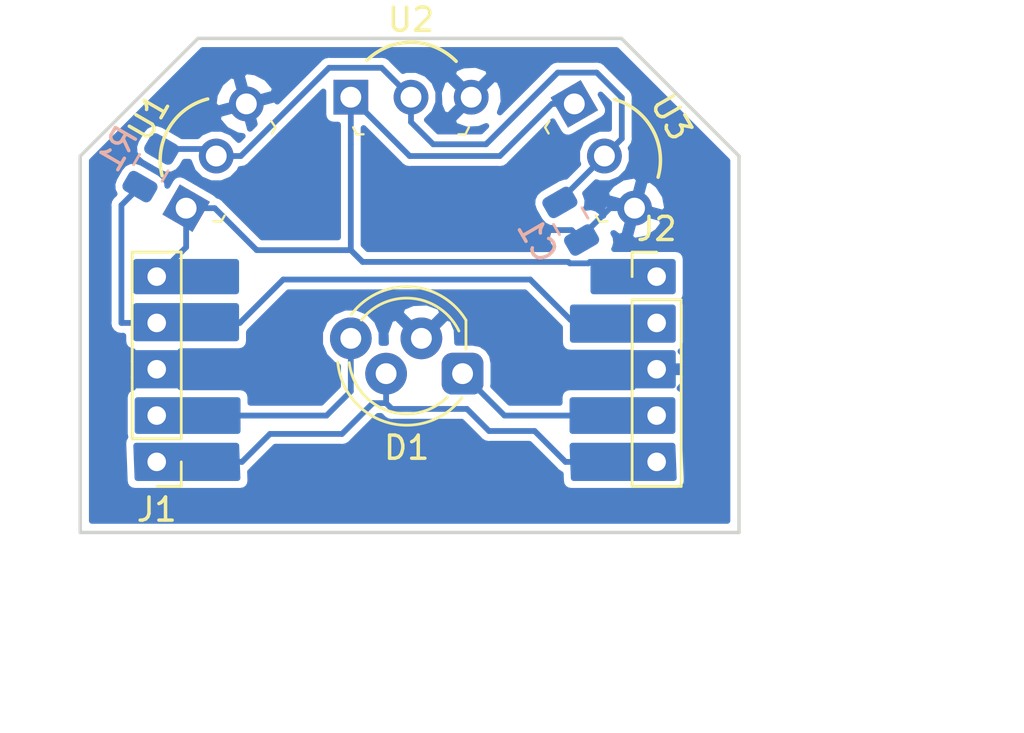
<source format=kicad_pcb>
(kicad_pcb (version 20221018) (generator pcbnew)
  (layers (0 "F.Cu" signal) (31 "B.Cu" signal) (34 "B.Paste" user) (35 "F.Paste" user) (36 "B.SilkS" user "B.Silkscreen") (37 "F.SilkS" user "F.Silkscreen") (38 "B.Mask" user) (39 "F.Mask" user) (44 "Edge.Cuts" user))
  (net 0 "")
  (net 1 "Net-(C1-Pad1)")
  (net 2 "+3V3")
  (net 3 "Net-(D1-Pad4)")
  (net 4 "+BATT")
  (net 5 "GND")
  (net 6 "Net-(D1-Pad1)")
  (net 7 "Net-(J1-Pad5)")
  (footprint "LED_THT:LED_D5.0mm-4_RGB_Staggered_Pins" (layer "F.Cu") (at 167.386 129.794 180)
    (fp_text reference "D1" (at 2.413 -3.198 180) (layer "F.SilkS"))
    (fp_text value "NeoPixel_THT")
    (fp_line (start -0.147 1.061188) (end -0.147 2.307) (stroke (width 0.12)) (layer "F.SilkS"))
    (fp_arc (start 0.028 -1.038) (mid 3.238737 -2.109652) (end 5.389836 0.503784) (stroke (width 0.12)) (layer "F.SilkS"))
    (fp_arc (start 0.660401 -1.015999) (mid 3.242766 -1.592649) (end 4.89309 0.475579) (stroke (width 0.12)) (layer "F.SilkS"))
    (fp_arc (start 4.372086 2.315056) (mid 2.134091 3.246393) (end 0.158316 1.842) (stroke (width 0.12)) (layer "F.SilkS"))
    (fp_arc (start 4.804334 2.556887) (mid 2.262188 3.748194) (end -0.147 2.30683) (stroke (width 0.12)) (layer "F.SilkS"))
    (pad "1" thru_hole roundrect (at 0 0 180) (size 1.8 1.8) (drill 0.9) (layers "*.Cu" "*.Mask") (net 6 "Net-(D1-Pad1)"))
    (pad "2" thru_hole circle (at 1.778 1.524 180) (size 1.8 1.8) (drill 0.9) (layers "*.Cu" "*.Mask") (net 5 "GND"))
    (pad "3" thru_hole circle (at 3.302 0 180) (size 1.8 1.8) (drill 0.9) (layers "*.Cu" "*.Mask") (net 4 "+BATT"))
    (pad "4" thru_hole circle (at 4.826 1.524 180) (size 1.8 1.8) (drill 0.9) (layers "*.Cu" "*.Mask") (net 3 "Net-(D1-Pad4)"))
  )
  (footprint "Connector_PinHeader_2.00mm:PinHeader_1x05_P2.00mm_Vertical" (layer "F.Cu") (at 154.178 133.604 180)
    (fp_text reference "J1" (at 0 -2.06 180) (layer "F.SilkS"))
    (fp_text value "Conn_01x05_Male")
    (fp_line (start -1.06 -1.06) (end 0 -1.06) (stroke (width 0.12)) (layer "F.SilkS"))
    (fp_line (start -1.06 0) (end -1.06 -1.06) (stroke (width 0.12)) (layer "F.SilkS"))
    (fp_line (start -1.06 1) (end -1.06 9.06) (stroke (width 0.12)) (layer "F.SilkS"))
    (fp_line (start -1.06 1) (end 1.06 1) (stroke (width 0.12)) (layer "F.SilkS"))
    (fp_line (start -1.06 9.06) (end 1.06 9.06) (stroke (width 0.12)) (layer "F.SilkS"))
    (fp_line (start 1.06 1) (end 1.06 9.06) (stroke (width 0.12)) (layer "F.SilkS"))
    (pad "1" thru_hole rect (at 0 0 180) (size 1.35 1.35) (drill 0.8) (layers "*.Cu" "*.Mask") (net 4 "+BATT"))
    (pad "2" thru_hole oval (at 0 2 180) (size 1.35 1.35) (drill 0.8) (layers "*.Cu" "*.Mask") (net 3 "Net-(D1-Pad4)"))
    (pad "3" thru_hole oval (at 0 4 180) (size 1.35 1.35) (drill 0.8) (layers "*.Cu" "*.Mask") (net 5 "GND"))
    (pad "4" thru_hole oval (at 0 6 180) (size 1.35 1.35) (drill 0.8) (layers "*.Cu" "*.Mask") (net 2 "+3V3"))
    (pad "5" thru_hole oval (at 0 8 180) (size 1.35 1.35) (drill 0.8) (layers "*.Cu" "*.Mask") (net 7 "Net-(J1-Pad5)"))
  )
  (footprint "Connector_PinHeader_2.00mm:PinHeader_1x05_P2.00mm_Vertical" (layer "F.Cu") (at 175.768 125.604)
    (fp_text reference "J2" (at 0 -2.06) (layer "F.SilkS"))
    (fp_text value "Conn_01x05_Male")
    (fp_line (start -1.06 -1.06) (end 0 -1.06) (stroke (width 0.12)) (layer "F.SilkS"))
    (fp_line (start -1.06 0) (end -1.06 -1.06) (stroke (width 0.12)) (layer "F.SilkS"))
    (fp_line (start -1.06 1) (end -1.06 9.06) (stroke (width 0.12)) (layer "F.SilkS"))
    (fp_line (start -1.06 1) (end 1.06 1) (stroke (width 0.12)) (layer "F.SilkS"))
    (fp_line (start -1.06 9.06) (end 1.06 9.06) (stroke (width 0.12)) (layer "F.SilkS"))
    (fp_line (start 1.06 1) (end 1.06 9.06) (stroke (width 0.12)) (layer "F.SilkS"))
    (pad "1" thru_hole rect (at 0 0) (size 1.35 1.35) (drill 0.8) (layers "*.Cu" "*.Mask") (net 7 "Net-(J1-Pad5)"))
    (pad "2" thru_hole oval (at 0 2) (size 1.35 1.35) (drill 0.8) (layers "*.Cu" "*.Mask") (net 2 "+3V3"))
    (pad "3" thru_hole oval (at 0 4) (size 1.35 1.35) (drill 0.8) (layers "*.Cu" "*.Mask") (net 5 "GND"))
    (pad "4" thru_hole oval (at 0 6) (size 1.35 1.35) (drill 0.8) (layers "*.Cu" "*.Mask") (net 6 "Net-(D1-Pad1)"))
    (pad "5" thru_hole oval (at 0 8) (size 1.35 1.35) (drill 0.8) (layers "*.Cu" "*.Mask") (net 4 "+BATT"))
  )
  (footprint "digikey-footprints:TO-92-3_Formed_Leads" (layer "F.Cu") (at 155.448 122.647666 60)
    (fp_text reference "U1" (at 2.6 -3.35 60) (layer "F.SilkS"))
    (fp_text value "TSSP58038")
    (fp_line (start 0.25 1.6) (end 0.1 1.3) (stroke (width 0.1)) (layer "F.SilkS"))
    (fp_line (start 0.55 1.6) (end 0.25 1.6) (stroke (width 0.1)) (layer "F.SilkS"))
    (fp_line (start 4.95 1.6) (end 4.65 1.6) (stroke (width 0.1)) (layer "F.SilkS"))
    (fp_line (start 4.95 1.6) (end 5.1 1.3) (stroke (width 0.1)) (layer "F.SilkS"))
    (fp_arc (start 0.7 -1.6) (mid 2.635355 -2.372361) (end 4.55 -1.55) (stroke (width 0.15)) (layer "F.SilkS"))
    (pad "1" thru_hole rect (at 0 0 240) (size 1.5 1.5) (drill 0.9) (layers "*.Cu" "*.Mask") (net 7 "Net-(J1-Pad5)"))
    (pad "2" thru_hole circle (at 2.6 0 240) (size 1.5 1.5) (drill 0.9) (layers "*.Cu" "*.Mask") (net 1 "Net-(C1-Pad1)"))
    (pad "3" thru_hole circle (at 5.2 0 240) (size 1.5 1.5) (drill 0.9) (layers "*.Cu" "*.Mask") (net 5 "GND"))
  )
  (footprint "digikey-footprints:TO-92-3_Formed_Leads" (layer "F.Cu") (at 162.56 117.856)
    (fp_text reference "U2" (at 2.6 -3.35) (layer "F.SilkS"))
    (fp_text value "TSSP58038")
    (fp_line (start 0.25 1.6) (end 0.1 1.3) (stroke (width 0.1)) (layer "F.SilkS"))
    (fp_line (start 0.55 1.6) (end 0.25 1.6) (stroke (width 0.1)) (layer "F.SilkS"))
    (fp_line (start 4.95 1.6) (end 4.65 1.6) (stroke (width 0.1)) (layer "F.SilkS"))
    (fp_line (start 4.95 1.6) (end 5.1 1.3) (stroke (width 0.1)) (layer "F.SilkS"))
    (fp_arc (start 0.7 -1.6) (mid 2.635355 -2.372361) (end 4.55 -1.55) (stroke (width 0.15)) (layer "F.SilkS"))
    (pad "1" thru_hole rect (at 0 0 180) (size 1.5 1.5) (drill 0.9) (layers "*.Cu" "*.Mask") (net 7 "Net-(J1-Pad5)"))
    (pad "2" thru_hole circle (at 2.6 0 180) (size 1.5 1.5) (drill 0.9) (layers "*.Cu" "*.Mask") (net 1 "Net-(C1-Pad1)"))
    (pad "3" thru_hole circle (at 5.2 0 180) (size 1.5 1.5) (drill 0.9) (layers "*.Cu" "*.Mask") (net 5 "GND"))
  )
  (footprint "digikey-footprints:TO-92-3_Formed_Leads" (layer "F.Cu") (at 172.212 118.144334 -60)
    (fp_text reference "U3" (at 2.6 -3.35 300) (layer "F.SilkS"))
    (fp_text value "TSSP58038")
    (fp_line (start 0.25 1.6) (end 0.1 1.3) (stroke (width 0.1)) (layer "F.SilkS"))
    (fp_line (start 0.55 1.6) (end 0.25 1.6) (stroke (width 0.1)) (layer "F.SilkS"))
    (fp_line (start 4.95 1.6) (end 4.65 1.6) (stroke (width 0.1)) (layer "F.SilkS"))
    (fp_line (start 4.95 1.6) (end 5.1 1.3) (stroke (width 0.1)) (layer "F.SilkS"))
    (fp_arc (start 0.7 -1.6) (mid 2.635355 -2.372361) (end 4.55 -1.55) (stroke (width 0.15)) (layer "F.SilkS"))
    (pad "1" thru_hole rect (at 0 0 120) (size 1.5 1.5) (drill 0.9) (layers "*.Cu" "*.Mask") (net 7 "Net-(J1-Pad5)"))
    (pad "2" thru_hole circle (at 2.6 0 120) (size 1.5 1.5) (drill 0.9) (layers "*.Cu" "*.Mask") (net 1 "Net-(C1-Pad1)"))
    (pad "3" thru_hole circle (at 5.2 0 120) (size 1.5 1.5) (drill 0.9) (layers "*.Cu" "*.Mask") (net 5 "GND"))
  )
  (footprint "Capacitor_SMD:C_0805_2012Metric" (layer "B.Cu") (at 172.057087 123.210587 -60)
    (fp_text reference "C1" (at 0 1.65 300) (layer "B.SilkS") (effects (justify mirror)))
    (fp_text value "C_Small")
    (fp_line (start -0.258578 -0.71) (end 0.258578 -0.71) (stroke (width 0.12)) (layer "B.SilkS"))
    (fp_line (start -0.258578 0.71) (end 0.258578 0.71) (stroke (width 0.12)) (layer "B.SilkS"))
    (pad "1" smd roundrect (at -0.9375 0 300) (size 0.975 1.4) (layers "B.Cu" "B.Paste" "B.Mask") (net 1 "Net-(C1-Pad1)"))
    (pad "2" smd roundrect (at 0.9375 0 300) (size 0.975 1.4) (layers "B.Cu" "B.Paste" "B.Mask") (net 5 "GND"))
  )
  (footprint "Resistor_SMD:R_0805_2012Metric" (layer "B.Cu") (at 153.924 120.904 -120)
    (fp_text reference "R1" (at 0 1.65 240) (layer "B.SilkS") (effects (justify mirror)))
    (fp_text value "R_Small")
    (fp_line (start -0.258578 -0.71) (end 0.258578 -0.71) (stroke (width 0.12)) (layer "B.SilkS"))
    (fp_line (start -0.258578 0.71) (end 0.258578 0.71) (stroke (width 0.12)) (layer "B.SilkS"))
    (pad "1" smd roundrect (at -0.9375 0 240) (size 0.975 1.4) (layers "B.Cu" "B.Paste" "B.Mask") (net 1 "Net-(C1-Pad1)"))
    (pad "2" smd roundrect (at 0.9375 0 240) (size 0.975 1.4) (layers "B.Cu" "B.Paste" "B.Mask") (net 2 "+3V3"))
  )
  (gr_line (start 150.876 120.396) (end 150.876 136.652) (stroke (width 0.15)) (layer "Edge.Cuts"))
  (gr_line (start 174.244 115.316) (end 155.956 115.316) (stroke (width 0.15)) (layer "Edge.Cuts"))
  (gr_line (start 179.324 136.652) (end 179.324 120.396) (stroke (width 0.15)) (layer "Edge.Cuts"))
  (gr_line (start 150.876 136.652) (end 179.324 136.652) (stroke (width 0.15)) (layer "Edge.Cuts"))
  (gr_line (start 179.324 120.396) (end 174.244 115.316) (stroke (width 0.15)) (layer "Edge.Cuts"))
  (gr_line (start 155.956 115.316) (end 150.876 120.396) (stroke (width 0.15)) (layer "Edge.Cuts"))
  (segment (start 161.61866 116.586) (end 157.80866 120.396) (width 0.25) (layer "B.Cu") (net 1))
  (segment (start 157.80866 120.396) (end 156.748 120.396) (width 0.25) (layer "B.Cu") (net 1))
  (segment (start 174.261999 117.873999) (end 173.182805 116.794805) (width 0.25) (layer "B.Cu") (net 1))
  (segment (start 166.116 119.888) (end 165.16 118.932) (width 0.25) (layer "B.Cu") (net 1))
  (segment (start 154.39275 120.092101) (end 156.444101 120.092101) (width 0.25) (layer "B.Cu") (net 1))
  (segment (start 173.512 120.396) (end 174.261999 119.646001) (width 0.25) (layer "B.Cu") (net 1))
  (segment (start 173.512 120.396) (end 171.9095 121.9985) (width 0.25) (layer "B.Cu") (net 1))
  (segment (start 171.495195 116.794805) (end 168.402 119.888) (width 0.25) (layer "B.Cu") (net 1))
  (segment (start 168.402 119.888) (end 166.116 119.888) (width 0.25) (layer "B.Cu") (net 1))
  (segment (start 163.89 116.586) (end 161.61866 116.586) (width 0.25) (layer "B.Cu") (net 1))
  (segment (start 156.444101 120.092101) (end 156.748 120.396) (width 0.25) (layer "B.Cu") (net 1))
  (segment (start 165.16 117.856) (end 163.89 116.586) (width 0.25) (layer "B.Cu") (net 1))
  (segment (start 174.261999 119.646001) (end 174.261999 117.873999) (width 0.25) (layer "B.Cu") (net 1))
  (segment (start 173.182805 116.794805) (end 171.495195 116.794805) (width 0.25) (layer "B.Cu") (net 1))
  (segment (start 165.16 118.932) (end 165.16 117.856) (width 0.25) (layer "B.Cu") (net 1))
  (segment (start 159.639 125.73) (end 170.307 125.73) (width 0.25) (layer "B.Cu") (net 2))
  (segment (start 172.053 127.476) (end 175.768 127.476) (width 0.25) (layer "B.Cu") (net 2))
  (segment (start 157.765 127.604) (end 159.639 125.73) (width 0.25) (layer "B.Cu") (net 2))
  (segment (start 152.654 122.517149) (end 153.45525 121.715899) (width 0.25) (layer "B.Cu") (net 2))
  (segment (start 170.307 125.73) (end 172.053 127.476) (width 0.25) (layer "B.Cu") (net 2))
  (segment (start 152.654 127.604) (end 152.654 122.517149) (width 0.25) (layer "B.Cu") (net 2))
  (segment (start 154.178 127.604) (end 152.654 127.604) (width 0.25) (layer "B.Cu") (net 2))
  (segment (start 154.178 127.604) (end 157.765 127.604) (width 0.25) (layer "B.Cu") (net 2))
  (segment (start 162.56 130.556) (end 162.56 128.27) (width 0.25) (layer "B.Cu") (net 3))
  (segment (start 161.512 131.604) (end 162.56 130.556) (width 0.25) (layer "B.Cu") (net 3))
  (segment (start 154.178 131.604) (end 161.512 131.604) (width 0.25) (layer "B.Cu") (net 3))
  (segment (start 157.861 133.604) (end 154.178 133.604) (width 0.25) (layer "B.Cu") (net 4))
  (segment (start 162.179 132.3975) (end 159.0675 132.3975) (width 0.25) (layer "B.Cu") (net 4))
  (segment (start 168.529 132.2705) (end 170.4975 132.2705) (width 0.25) (layer "B.Cu") (net 4))
  (segment (start 164.084 131.066792) (end 163.509708 131.066792) (width 0.25) (layer "B.Cu") (net 4))
  (segment (start 164.084 131.066792) (end 164.335208 131.318) (width 0.25) (layer "B.Cu") (net 4))
  (segment (start 163.509708 131.066792) (end 162.179 132.3975) (width 0.25) (layer "B.Cu") (net 4))
  (segment (start 171.831 133.604) (end 175.768 133.604) (width 0.25) (layer "B.Cu") (net 4))
  (segment (start 159.0675 132.3975) (end 157.861 133.604) (width 0.25) (layer "B.Cu") (net 4))
  (segment (start 167.5765 131.318) (end 168.529 132.2705) (width 0.25) (layer "B.Cu") (net 4))
  (segment (start 170.4975 132.2705) (end 171.831 133.604) (width 0.25) (layer "B.Cu") (net 4))
  (segment (start 175.5775 133.4135) (end 175.768 133.604) (width 0.25) (layer "B.Cu") (net 4))
  (segment (start 164.084 129.794) (end 164.084 131.066792) (width 0.25) (layer "B.Cu") (net 4))
  (segment (start 164.335208 131.318) (end 167.5765 131.318) (width 0.25) (layer "B.Cu") (net 4))
  (segment (start 169.060901 123.594901) (end 168.91 123.444) (width 0.25) (layer "B.Cu") (net 5))
  (segment (start 172.525837 123.873169) (end 172.525837 124.022486) (width 0.25) (layer "B.Cu") (net 5))
  (segment (start 172.098252 123.594901) (end 169.060901 123.594901) (width 0.25) (layer "B.Cu") (net 5))
  (segment (start 172.525837 124.022486) (end 172.098252 123.594901) (width 0.25) (layer "B.Cu") (net 5))
  (segment (start 173.75134 122.647666) (end 172.525837 123.873169) (width 0.25) (layer "B.Cu") (net 5))
  (segment (start 175.578 129.794) (end 175.768 129.604) (width 0.25) (layer "B.Cu") (net 5))
  (segment (start 174.812 122.647666) (end 173.75134 122.647666) (width 0.25) (layer "B.Cu") (net 5))
  (segment (start 167.386 129.794) (end 169.196 131.604) (width 0.25) (layer "B.Cu") (net 6))
  (segment (start 175.672 131.572) (end 175.768 131.476) (width 0.25) (layer "B.Cu") (net 6))
  (segment (start 169.196 131.604) (end 175.768 131.604) (width 0.25) (layer "B.Cu") (net 6))
  (segment (start 165.1 120.396) (end 162.56 117.856) (width 0.25) (layer "B.Cu") (net 7))
  (segment (start 162.56 124.46) (end 158.496 124.46) (width 0.25) (layer "B.Cu") (net 7))
  (segment (start 175.132 124.968) (end 172.883903 124.968) (width 0.25) (layer "B.Cu") (net 7))
  (segment (start 172.883903 124.968) (end 172.82196 125.029943) (width 0.25) (layer "B.Cu") (net 7))
  (segment (start 172.82196 125.029943) (end 172.017214 125.029943) (width 0.25) (layer "B.Cu") (net 7))
  (segment (start 172.212 118.144334) (end 171.245975 118.144334) (width 0.25) (layer "B.Cu") (net 7))
  (segment (start 158.496 124.46) (end 156.683666 122.647666) (width 0.25) (layer "B.Cu") (net 7))
  (segment (start 155.448 124.334) (end 155.448 122.647666) (width 0.25) (layer "B.Cu") (net 7))
  (segment (start 175.768 125.476) (end 175.768 125.604) (width 0.25) (layer "B.Cu") (net 7))
  (segment (start 175.768 125.604) (end 175.132 124.968) (width 0.25) (layer "B.Cu") (net 7))
  (segment (start 171.955271 124.968) (end 163.068 124.968) (width 0.25) (layer "B.Cu") (net 7))
  (segment (start 172.017214 125.029943) (end 171.955271 124.968) (width 0.25) (layer "B.Cu") (net 7))
  (segment (start 156.683666 122.647666) (end 155.448 122.647666) (width 0.25) (layer "B.Cu") (net 7))
  (segment (start 171.245975 118.144334) (end 168.994309 120.396) (width 0.25) (layer "B.Cu") (net 7))
  (segment (start 154.178 125.604) (end 155.448 124.334) (width 0.25) (layer "B.Cu") (net 7))
  (segment (start 163.068 124.968) (end 162.56 124.46) (width 0.25) (layer "B.Cu") (net 7))
  (segment (start 168.994309 120.396) (end 165.1 120.396) (width 0.25) (layer "B.Cu") (net 7))
  (segment (start 162.56 119.888) (end 162.56 124.46) (width 0.25) (layer "B.Cu") (net 7))
  (segment (start 162.56 119.888) (end 162.56 117.856) (width 0.25) (layer "B.Cu") (net 7))
  (zone (net 2) (net_name "+3V3") (layer "B.Cu") (priority 1) (connect_pads yes (clearance 0.3)) (min_thickness 0.254) (fill yes (thermal_gap 0.508) (thermal_bridge_width 0.508))
    (polygon (pts (xy 153.162 126.746) (xy 157.734 126.746) (xy 157.734 128.397) (xy 153.162 128.397)))
  )
  (zone (net 5) (net_name "GND") (layer "B.Cu") (connect_pads yes (clearance 0.3)) (min_thickness 0.254) (fill yes (thermal_gap 0.508) (thermal_bridge_width 0.508))
    (polygon (pts (xy 153.162 128.778) (xy 157.734 128.778) (xy 157.734 130.429) (xy 153.162 130.429)))
  )
  (zone (net 3) (net_name "Net-(D1-Pad4)") (layer "B.Cu") (priority 1) (connect_pads yes (clearance 0.3)) (min_thickness 0.254) (fill yes (thermal_gap 0.508) (thermal_bridge_width 0.508))
    (polygon (pts (xy 153.2255 130.81) (xy 157.7975 130.81) (xy 157.7975 132.3975) (xy 153.2255 132.3975)))
  )
  (zone (net 4) (net_name "+BATT") (layer "B.Cu") (priority 1) (connect_pads yes (clearance 0.3)) (min_thickness 0.254) (fill yes (thermal_gap 0.508) (thermal_bridge_width 0.508))
    (polygon (pts (xy 153.162 132.7785) (xy 157.734 132.7785) (xy 157.7975 134.4295) (xy 153.2255 134.4295)))
  )
  (zone (net 4) (net_name "+BATT") (layer "B.Cu") (priority 1) (connect_pads yes (clearance 0.3)) (min_thickness 0.254) (fill yes (thermal_gap 0.508) (thermal_bridge_width 0.508))
    (polygon (pts (xy 172.001881 132.7785) (xy 176.573881 132.7785) (xy 176.637381 134.4295) (xy 172.065381 134.4295)))
  )
  (zone (net 6) (net_name "Net-(D1-Pad1)") (layer "B.Cu") (priority 1) (connect_pads yes (clearance 0.3)) (min_thickness 0.254) (fill yes (thermal_gap 0.508) (thermal_bridge_width 0.508))
    (polygon (pts (xy 172.005532 130.81) (xy 176.577532 130.81) (xy 176.577532 132.3975) (xy 172.005532 132.3975)))
  )
  (zone (net 5) (net_name "GND") (layer "B.Cu") (connect_pads yes (clearance 0.3)) (min_thickness 0.254) (fill yes (thermal_gap 0.508) (thermal_bridge_width 0.508))
    (polygon (pts (xy 172.0215 128.778) (xy 176.5935 128.778) (xy 176.5935 130.429) (xy 172.0215 130.429)))
  )
  (zone (net 2) (net_name "+3V3") (layer "B.Cu") (priority 1) (connect_pads yes (clearance 0.3)) (min_thickness 0.254) (fill yes (thermal_gap 0.508) (thermal_bridge_width 0.508))
    (polygon (pts (xy 172.0215 126.8095) (xy 176.5935 126.8095) (xy 176.5935 128.4605) (xy 172.0215 128.4605)))
  )
  (zone (net 7) (net_name "Net-(J1-Pad5)") (layer "B.Cu") (priority 1) (connect_pads yes (clearance 0.3)) (min_thickness 0.254) (fill yes (thermal_gap 0.508) (thermal_bridge_width 0.508))
    (polygon (pts (xy 172.9105 124.841) (xy 176.5935 124.841) (xy 176.5935 126.365) (xy 172.9105 126.365)))
  )
  (zone (net 7) (net_name "Net-(J1-Pad5)") (layer "B.Cu") (priority 1) (connect_pads yes (clearance 0.3)) (min_thickness 0.254) (fill yes (thermal_gap 0.508) (thermal_bridge_width 0.508))
    (polygon (pts (xy 153.162 124.841) (xy 157.734 124.841) (xy 157.734 126.365) (xy 153.162 126.365)))
  )
  (zone (net 5) (net_name "GND") (layer "B.Cu") (connect_pads (clearance 0.3)) (min_thickness 0.254) (fill yes (thermal_gap 0.508) (thermal_bridge_width 0.508))
    (polygon (pts (xy 150.876 120.396) (xy 150.876 136.652) (xy 179.324 136.652) (xy 179.324 120.396) (xy 174.244 115.316) (xy 155.956 115.316)))
  )
)
</source>
